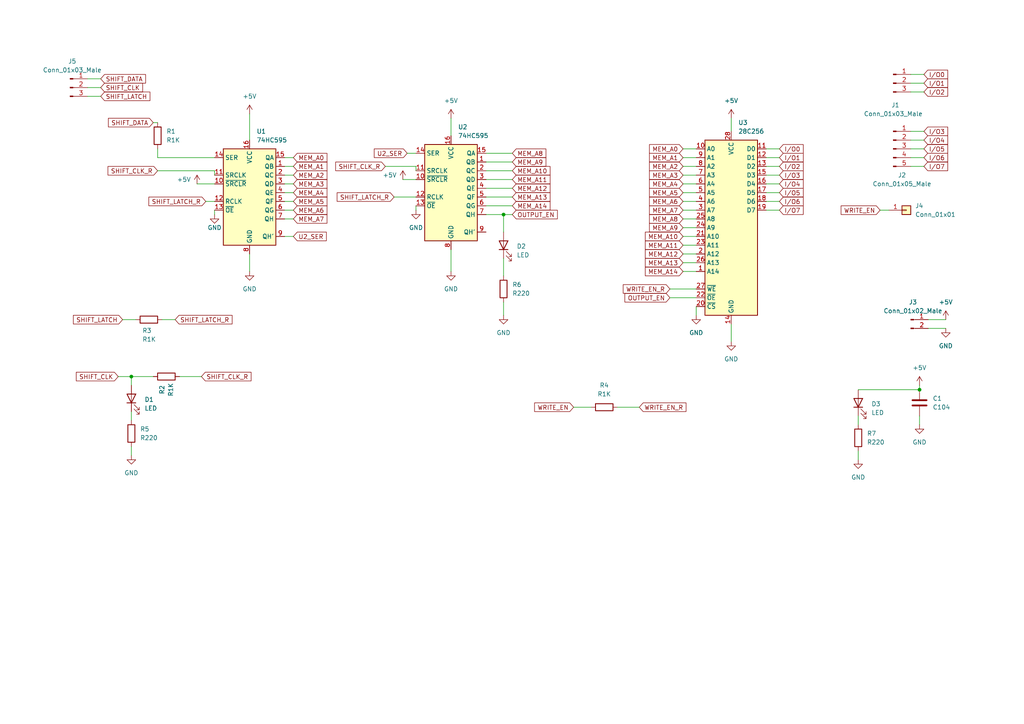
<source format=kicad_sch>
(kicad_sch (version 20211123) (generator eeschema)
  (paper "A4")
  (lib_symbols
    (symbol "74xx:74HC595"
      (property "Reference" "U" (at -7.62 13.97 0))
      (property "Value" "74HC595" (at -7.62 -16.51 0))
      (symbol "74HC595_1_0"
        (pin tri_state line (at 10.16 7.62 180) (length 2.54) (name "QB") (number "1"))
        (pin input line (at -10.16 2.54 0) (length 2.54) (name "~{SRCLR}") (number "10"))
        (pin input line (at -10.16 5.08 0) (length 2.54) (name "SRCLK") (number "11"))
        (pin input line (at -10.16 -2.54 0) (length 2.54) (name "RCLK") (number "12"))
        (pin input line (at -10.16 -5.08 0) (length 2.54) (name "~{OE}") (number "13"))
        (pin input line (at -10.16 10.16 0) (length 2.54) (name "SER") (number "14"))
        (pin tri_state line (at 10.16 10.16 180) (length 2.54) (name "QA") (number "15"))
        (pin power_in line (at 0 15.24 270) (length 2.54) (name "VCC") (number "16"))
        (pin tri_state line (at 10.16 5.08 180) (length 2.54) (name "QC") (number "2"))
        (pin tri_state line (at 10.16 2.54 180) (length 2.54) (name "QD") (number "3"))
        (pin tri_state line (at 10.16 0 180) (length 2.54) (name "QE") (number "4"))
        (pin tri_state line (at 10.16 -2.54 180) (length 2.54) (name "QF") (number "5"))
        (pin tri_state line (at 10.16 -5.08 180) (length 2.54) (name "QG") (number "6"))
        (pin tri_state line (at 10.16 -7.62 180) (length 2.54) (name "QH") (number "7"))
        (pin power_in line (at 0 -17.78 90) (length 2.54) (name "GND") (number "8"))
        (pin output line (at 10.16 -12.7 180) (length 2.54) (name "QH'") (number "9"))
      )
      (symbol "74HC595_1_1"
        (rectangle (start -7.62 12.7) (end 7.62 -15.24) (stroke (width 0.254)) (fill (type background)))
      )
    )
    (symbol "Connector:Conn_01x02_Male" (pin_names (offset 1.016) hide)
      (property "Reference" "J" (at 0 2.54 0))
      (property "Value" "Conn_01x02_Male" (at 0 -5.08 0))
      (symbol "Conn_01x02_Male_1_1"
        (polyline (pts (xy 1.27 -2.54) (xy 0.8636 -2.54)) (stroke (width 0.1524)))
        (polyline (pts (xy 1.27 0) (xy 0.8636 0)) (stroke (width 0.1524)))
        (rectangle (start 0.8636 -2.413) (end 0 -2.667) (stroke (width 0.1524)) (fill (type outline)))
        (rectangle (start 0.8636 0.127) (end 0 -0.127) (stroke (width 0.1524)) (fill (type outline)))
        (pin passive line (at 5.08 0 180) (length 3.81) (name "Pin_1") (number "1"))
        (pin passive line (at 5.08 -2.54 180) (length 3.81) (name "Pin_2") (number "2"))
      )
    )
    (symbol "Connector:Conn_01x03_Male" (pin_names (offset 1.016) hide)
      (property "Reference" "J" (at 0 5.08 0))
      (property "Value" "Conn_01x03_Male" (at 0 -5.08 0))
      (symbol "Conn_01x03_Male_1_1"
        (polyline (pts (xy 1.27 -2.54) (xy 0.8636 -2.54)) (stroke (width 0.1524)))
        (polyline (pts (xy 1.27 0) (xy 0.8636 0)) (stroke (width 0.1524)))
        (polyline (pts (xy 1.27 2.54) (xy 0.8636 2.54)) (stroke (width 0.1524)))
        (rectangle (start 0.8636 -2.413) (end 0 -2.667) (stroke (width 0.1524)) (fill (type outline)))
        (rectangle (start 0.8636 0.127) (end 0 -0.127) (stroke (width 0.1524)) (fill (type outline)))
        (rectangle (start 0.8636 2.667) (end 0 2.413) (stroke (width 0.1524)) (fill (type outline)))
        (pin passive line (at 5.08 2.54 180) (length 3.81) (name "Pin_1") (number "1"))
        (pin passive line (at 5.08 0 180) (length 3.81) (name "Pin_2") (number "2"))
        (pin passive line (at 5.08 -2.54 180) (length 3.81) (name "Pin_3") (number "3"))
      )
    )
    (symbol "Connector:Conn_01x05_Male" (pin_names (offset 1.016) hide)
      (property "Reference" "J" (at 0 7.62 0))
      (property "Value" "Conn_01x05_Male" (at 0 -7.62 0))
      (symbol "Conn_01x05_Male_1_1"
        (polyline (pts (xy 1.27 -5.08) (xy 0.8636 -5.08)) (stroke (width 0.1524)))
        (polyline (pts (xy 1.27 -2.54) (xy 0.8636 -2.54)) (stroke (width 0.1524)))
        (polyline (pts (xy 1.27 0) (xy 0.8636 0)) (stroke (width 0.1524)))
        (polyline (pts (xy 1.27 2.54) (xy 0.8636 2.54)) (stroke (width 0.1524)))
        (polyline (pts (xy 1.27 5.08) (xy 0.8636 5.08)) (stroke (width 0.1524)))
        (rectangle (start 0.8636 -4.953) (end 0 -5.207) (stroke (width 0.1524)) (fill (type outline)))
        (rectangle (start 0.8636 -2.413) (end 0 -2.667) (stroke (width 0.1524)) (fill (type outline)))
        (rectangle (start 0.8636 0.127) (end 0 -0.127) (stroke (width 0.1524)) (fill (type outline)))
        (rectangle (start 0.8636 2.667) (end 0 2.413) (stroke (width 0.1524)) (fill (type outline)))
        (rectangle (start 0.8636 5.207) (end 0 4.953) (stroke (width 0.1524)) (fill (type outline)))
        (pin passive line (at 5.08 5.08 180) (length 3.81) (name "Pin_1") (number "1"))
        (pin passive line (at 5.08 2.54 180) (length 3.81) (name "Pin_2") (number "2"))
        (pin passive line (at 5.08 0 180) (length 3.81) (name "Pin_3") (number "3"))
        (pin passive line (at 5.08 -2.54 180) (length 3.81) (name "Pin_4") (number "4"))
        (pin passive line (at 5.08 -5.08 180) (length 3.81) (name "Pin_5") (number "5"))
      )
    )
    (symbol "Connector_Generic:Conn_01x01" (pin_names (offset 1.016) hide)
      (property "Reference" "J" (at 0 2.54 0))
      (property "Value" "Conn_01x01" (at 0 -2.54 0))
      (symbol "Conn_01x01_1_1"
        (rectangle (start -1.27 0.127) (end 0 -0.127) (stroke (width 0.1524)))
        (rectangle (start -1.27 1.27) (end 1.27 -1.27) (stroke (width 0.254)) (fill (type background)))
        (pin passive line (at -5.08 0 0) (length 3.81) (name "Pin_1") (number "1"))
      )
    )
    (symbol "Device:C" (pin_numbers hide) (pin_names (offset 0.254))
      (property "Reference" "C" (at 0.635 2.54 0))
      (property "Value" "C" (at 0.635 -2.54 0))
      (symbol "C_0_1"
        (polyline (pts (xy -2.032 -0.762) (xy 2.032 -0.762)) (stroke (width 0.508)))
        (polyline (pts (xy -2.032 0.762) (xy 2.032 0.762)) (stroke (width 0.508)))
      )
      (symbol "C_1_1"
        (pin passive line (at 0 3.81 270) (length 2.794) (name "~") (number "1"))
        (pin passive line (at 0 -3.81 90) (length 2.794) (name "~") (number "2"))
      )
    )
    (symbol "Device:LED" (pin_numbers hide) (pin_names (offset 1.016) hide)
      (property "Reference" "D" (at 0 2.54 0))
      (property "Value" "LED" (at 0 -2.54 0))
      (symbol "LED_0_1"
        (polyline (pts (xy -1.27 -1.27) (xy -1.27 1.27)) (stroke (width 0.254)))
        (polyline (pts (xy -1.27 0) (xy 1.27 0)))
        (polyline (pts (xy 1.27 -1.27) (xy 1.27 1.27) (xy -1.27 0) (xy 1.27 -1.27)) (stroke (width 0.254)))
        (polyline (pts (xy -3.048 -0.762) (xy -4.572 -2.286) (xy -3.81 -2.286) (xy -4.572 -2.286) (xy -4.572 -1.524)))
        (polyline (pts (xy -1.778 -0.762) (xy -3.302 -2.286) (xy -2.54 -2.286) (xy -3.302 -2.286) (xy -3.302 -1.524)))
      )
      (symbol "LED_1_1"
        (pin passive line (at -3.81 0 0) (length 2.54) (name "K") (number "1"))
        (pin passive line (at 3.81 0 180) (length 2.54) (name "A") (number "2"))
      )
    )
    (symbol "Device:R" (pin_numbers hide) (pin_names (offset 0))
      (property "Reference" "R" (at 2.032 0 90))
      (property "Value" "R" (at 0 0 90))
      (symbol "R_0_1"
        (rectangle (start -1.016 -2.54) (end 1.016 2.54) (stroke (width 0.254)))
      )
      (symbol "R_1_1"
        (pin passive line (at 0 3.81 270) (length 1.27) (name "~") (number "1"))
        (pin passive line (at 0 -3.81 90) (length 1.27) (name "~") (number "2"))
      )
    )
    (symbol "Memory_EEPROM:28C256"
      (property "Reference" "U" (at -7.62 26.67 0))
      (property "Value" "28C256" (at 2.54 -26.67 0))
      (symbol "28C256_1_1"
        (rectangle (start -7.62 25.4) (end 7.62 -25.4) (stroke (width 0.254)) (fill (type background)))
        (pin input line (at -10.16 -12.7 0) (length 2.54) (name "A14") (number "1"))
        (pin input line (at -10.16 22.86 0) (length 2.54) (name "A0") (number "10"))
        (pin tri_state line (at 10.16 22.86 180) (length 2.54) (name "D0") (number "11"))
        (pin tri_state line (at 10.16 20.32 180) (length 2.54) (name "D1") (number "12"))
        (pin tri_state line (at 10.16 17.78 180) (length 2.54) (name "D2") (number "13"))
        (pin power_in line (at 0 -27.94 90) (length 2.54) (name "GND") (number "14"))
        (pin tri_state line (at 10.16 15.24 180) (length 2.54) (name "D3") (number "15"))
        (pin tri_state line (at 10.16 12.7 180) (length 2.54) (name "D4") (number "16"))
        (pin tri_state line (at 10.16 10.16 180) (length 2.54) (name "D5") (number "17"))
        (pin tri_state line (at 10.16 7.62 180) (length 2.54) (name "D6") (number "18"))
        (pin tri_state line (at 10.16 5.08 180) (length 2.54) (name "D7") (number "19"))
        (pin input line (at -10.16 -7.62 0) (length 2.54) (name "A12") (number "2"))
        (pin input line (at -10.16 -22.86 0) (length 2.54) (name "~{CS}") (number "20"))
        (pin input line (at -10.16 -2.54 0) (length 2.54) (name "A10") (number "21"))
        (pin input line (at -10.16 -20.32 0) (length 2.54) (name "~{OE}") (number "22"))
        (pin input line (at -10.16 -5.08 0) (length 2.54) (name "A11") (number "23"))
        (pin input line (at -10.16 0 0) (length 2.54) (name "A9") (number "24"))
        (pin input line (at -10.16 2.54 0) (length 2.54) (name "A8") (number "25"))
        (pin input line (at -10.16 -10.16 0) (length 2.54) (name "A13") (number "26"))
        (pin input line (at -10.16 -17.78 0) (length 2.54) (name "~{WE}") (number "27"))
        (pin power_in line (at 0 27.94 270) (length 2.54) (name "VCC") (number "28"))
        (pin input line (at -10.16 5.08 0) (length 2.54) (name "A7") (number "3"))
        (pin input line (at -10.16 7.62 0) (length 2.54) (name "A6") (number "4"))
        (pin input line (at -10.16 10.16 0) (length 2.54) (name "A5") (number "5"))
        (pin input line (at -10.16 12.7 0) (length 2.54) (name "A4") (number "6"))
        (pin input line (at -10.16 15.24 0) (length 2.54) (name "A3") (number "7"))
        (pin input line (at -10.16 17.78 0) (length 2.54) (name "A2") (number "8"))
        (pin input line (at -10.16 20.32 0) (length 2.54) (name "A1") (number "9"))
      )
    )
    (symbol "power:+5V" (power) (pin_names (offset 0))
      (property "Value" "+5V" (at 0 3.556 0))
      (symbol "+5V_0_1"
        (polyline (pts (xy -0.762 1.27) (xy 0 2.54)))
        (polyline (pts (xy 0 0) (xy 0 2.54)))
        (polyline (pts (xy 0 2.54) (xy 0.762 1.27)))
      )
      (symbol "+5V_1_1"
        (pin power_in line (at 0 0 90) (length 0) hide (name "+5V") (number "1"))
      )
    )
    (symbol "power:GND" (power) (pin_names (offset 0))
      (property "Value" "GND" (at 0 -3.81 0))
      (symbol "GND_0_1"
        (polyline (pts (xy 0 0) (xy 0 -1.27) (xy 1.27 -1.27) (xy 0 -2.54) (xy -1.27 -1.27) (xy 0 -1.27)))
      )
      (symbol "GND_1_1"
        (pin power_in line (at 0 0 270) (length 0) hide (name "GND") (number "1"))
      )
    )
  )
  (junction (at 146.05 62.23))
  (junction (at 266.7 113.03))
  (junction (at 38.1 109.22))
  (wire (pts (xy 198.12 76.2) (xy 201.93 76.2)))
  (wire (pts (xy 111.76 48.26) (xy 120.65 48.26)))
  (wire (pts (xy 34.29 109.22) (xy 38.1 109.22)))
  (wire (pts (xy 82.55 45.72) (xy 85.09 45.72)))
  (wire (pts (xy 82.55 68.58) (xy 85.09 68.58)))
  (wire (pts (xy 264.16 24.13) (xy 267.97 24.13)))
  (wire (pts (xy 198.12 63.5) (xy 201.93 63.5)))
  (wire (pts (xy 179.07 118.11) (xy 185.42 118.11)))
  (wire (pts (xy 222.25 48.26) (xy 226.06 48.26)))
  (wire (pts (xy 166.37 118.11) (xy 171.45 118.11)))
  (wire (pts (xy 45.72 45.72) (xy 45.72 43.18)))
  (wire (pts (xy 38.1 119.38) (xy 38.1 121.92)))
  (wire (pts (xy 264.16 26.67) (xy 267.97 26.67)))
  (wire (pts (xy 194.31 83.82) (xy 201.93 83.82)))
  (wire (pts (xy 140.97 46.99) (xy 148.59 46.99)))
  (wire (pts (xy 57.15 53.34) (xy 62.23 53.34)))
  (wire (pts (xy 264.16 43.18) (xy 267.97 43.18)))
  (wire (pts (xy 198.12 73.66) (xy 201.93 73.66)))
  (wire (pts (xy 62.23 49.53) (xy 62.23 50.8)))
  (wire (pts (xy 59.69 58.42) (xy 62.23 58.42)))
  (wire (pts (xy 82.55 48.26) (xy 85.09 48.26)))
  (wire (pts (xy 264.16 48.26) (xy 267.97 48.26)))
  (wire (pts (xy 222.25 58.42) (xy 226.06 58.42)))
  (wire (pts (xy 82.55 55.88) (xy 85.09 55.88)))
  (wire (pts (xy 39.37 92.71) (xy 35.56 92.71)))
  (wire (pts (xy 198.12 60.96) (xy 201.93 60.96)))
  (wire (pts (xy 198.12 50.8) (xy 201.93 50.8)))
  (wire (pts (xy 72.39 33.02) (xy 72.39 40.64)))
  (wire (pts (xy 198.12 71.12) (xy 201.93 71.12)))
  (wire (pts (xy 130.81 72.39) (xy 130.81 78.74)))
  (wire (pts (xy 146.05 62.23) (xy 148.59 62.23)))
  (wire (pts (xy 146.05 87.63) (xy 146.05 91.44)))
  (wire (pts (xy 146.05 74.93) (xy 146.05 80.01)))
  (wire (pts (xy 222.25 50.8) (xy 226.06 50.8)))
  (wire (pts (xy 140.97 52.07) (xy 148.59 52.07)))
  (wire (pts (xy 82.55 50.8) (xy 85.09 50.8)))
  (wire (pts (xy 38.1 109.22) (xy 44.45 109.22)))
  (wire (pts (xy 140.97 57.15) (xy 148.59 57.15)))
  (wire (pts (xy 269.24 95.25) (xy 274.32 95.25)))
  (wire (pts (xy 198.12 58.42) (xy 201.93 58.42)))
  (wire (pts (xy 198.12 53.34) (xy 201.93 53.34)))
  (wire (pts (xy 212.09 34.29) (xy 212.09 38.1)))
  (wire (pts (xy 82.55 53.34) (xy 85.09 53.34)))
  (wire (pts (xy 222.25 53.34) (xy 226.06 53.34)))
  (wire (pts (xy 266.7 120.65) (xy 266.7 123.19)))
  (wire (pts (xy 222.25 55.88) (xy 226.06 55.88)))
  (wire (pts (xy 140.97 62.23) (xy 146.05 62.23)))
  (wire (pts (xy 82.55 63.5) (xy 85.09 63.5)))
  (wire (pts (xy 44.45 35.56) (xy 45.72 35.56)))
  (wire (pts (xy 248.92 130.81) (xy 248.92 133.35)))
  (wire (pts (xy 212.09 93.98) (xy 212.09 99.06)))
  (wire (pts (xy 198.12 45.72) (xy 201.93 45.72)))
  (wire (pts (xy 140.97 44.45) (xy 148.59 44.45)))
  (wire (pts (xy 194.31 86.36) (xy 201.93 86.36)))
  (wire (pts (xy 45.72 49.53) (xy 62.23 49.53)))
  (wire (pts (xy 120.65 59.69) (xy 120.65 60.96)))
  (wire (pts (xy 266.7 111.76) (xy 266.7 113.03)))
  (wire (pts (xy 25.4 25.4) (xy 29.21 25.4)))
  (wire (pts (xy 38.1 129.54) (xy 38.1 132.08)))
  (wire (pts (xy 38.1 109.22) (xy 38.1 111.76)))
  (wire (pts (xy 82.55 58.42) (xy 85.09 58.42)))
  (wire (pts (xy 222.25 43.18) (xy 226.06 43.18)))
  (wire (pts (xy 72.39 73.66) (xy 72.39 78.74)))
  (wire (pts (xy 140.97 59.69) (xy 148.59 59.69)))
  (wire (pts (xy 25.4 22.86) (xy 29.21 22.86)))
  (wire (pts (xy 255.27 60.96) (xy 257.81 60.96)))
  (wire (pts (xy 120.65 48.26) (xy 120.65 49.53)))
  (wire (pts (xy 264.16 21.59) (xy 267.97 21.59)))
  (wire (pts (xy 46.99 92.71) (xy 50.8 92.71)))
  (wire (pts (xy 222.25 45.72) (xy 226.06 45.72)))
  (wire (pts (xy 140.97 54.61) (xy 148.59 54.61)))
  (wire (pts (xy 116.84 52.07) (xy 120.65 52.07)))
  (wire (pts (xy 269.24 92.71) (xy 274.32 92.71)))
  (wire (pts (xy 198.12 55.88) (xy 201.93 55.88)))
  (wire (pts (xy 201.93 88.9) (xy 201.93 91.44)))
  (wire (pts (xy 198.12 78.74) (xy 201.93 78.74)))
  (wire (pts (xy 146.05 62.23) (xy 146.05 67.31)))
  (wire (pts (xy 114.3 57.15) (xy 120.65 57.15)))
  (wire (pts (xy 82.55 60.96) (xy 85.09 60.96)))
  (wire (pts (xy 62.23 45.72) (xy 45.72 45.72)))
  (wire (pts (xy 130.81 34.29) (xy 130.81 39.37)))
  (wire (pts (xy 140.97 49.53) (xy 148.59 49.53)))
  (wire (pts (xy 248.92 120.65) (xy 248.92 123.19)))
  (wire (pts (xy 198.12 66.04) (xy 201.93 66.04)))
  (wire (pts (xy 62.23 60.96) (xy 62.23 62.23)))
  (wire (pts (xy 52.07 109.22) (xy 58.42 109.22)))
  (wire (pts (xy 264.16 45.72) (xy 267.97 45.72)))
  (wire (pts (xy 248.92 113.03) (xy 266.7 113.03)))
  (wire (pts (xy 264.16 40.64) (xy 267.97 40.64)))
  (wire (pts (xy 198.12 48.26) (xy 201.93 48.26)))
  (wire (pts (xy 118.11 44.45) (xy 120.65 44.45)))
  (wire (pts (xy 198.12 43.18) (xy 201.93 43.18)))
  (wire (pts (xy 264.16 38.1) (xy 267.97 38.1)))
  (wire (pts (xy 25.4 27.94) (xy 29.21 27.94)))
  (wire (pts (xy 198.12 68.58) (xy 201.93 68.58)))
  (wire (pts (xy 222.25 60.96) (xy 226.06 60.96)))
  (global_label "MEM_A13" (shape input) (at 198.12 76.2 180) (property "Intersheet References" "${INTERSHEET_REFS}" (effects hide)))
  (global_label "I{slash}O6" (shape input) (at 267.97 45.72 0) (property "Intersheet References" "${INTERSHEET_REFS}" (effects hide)))
  (global_label "OUTPUT_EN" (shape input) (at 148.59 62.23 0) (property "Intersheet References" "${INTERSHEET_REFS}" (effects hide)))
  (global_label "I{slash}O3" (shape input) (at 267.97 38.1 0) (property "Intersheet References" "${INTERSHEET_REFS}" (effects hide)))
  (global_label "MEM_A1" (shape input) (at 198.12 45.72 180) (property "Intersheet References" "${INTERSHEET_REFS}" (effects hide)))
  (global_label "MEM_A5" (shape input) (at 85.09 58.42 0) (property "Intersheet References" "${INTERSHEET_REFS}" (effects hide)))
  (global_label "MEM_A10" (shape input) (at 198.12 68.58 180) (property "Intersheet References" "${INTERSHEET_REFS}" (effects hide)))
  (global_label "MEM_A6" (shape input) (at 85.09 60.96 0) (property "Intersheet References" "${INTERSHEET_REFS}" (effects hide)))
  (global_label "MEM_A1" (shape input) (at 85.09 48.26 0) (property "Intersheet References" "${INTERSHEET_REFS}" (effects hide)))
  (global_label "I{slash}O7" (shape input) (at 267.97 48.26 0) (property "Intersheet References" "${INTERSHEET_REFS}" (effects hide)))
  (global_label "MEM_A11" (shape input) (at 148.59 52.07 0) (property "Intersheet References" "${INTERSHEET_REFS}" (effects hide)))
  (global_label "MEM_A7" (shape input) (at 85.09 63.5 0) (property "Intersheet References" "${INTERSHEET_REFS}" (effects hide)))
  (global_label "MEM_A8" (shape input) (at 148.59 44.45 0) (property "Intersheet References" "${INTERSHEET_REFS}" (effects hide)))
  (global_label "SHIFT_LATCH" (shape input) (at 29.21 27.94 0) (property "Intersheet References" "${INTERSHEET_REFS}" (effects hide)))
  (global_label "SHIFT_CLK_R" (shape input) (at 45.72 49.53 180) (property "Intersheet References" "${INTERSHEET_REFS}" (effects hide)))
  (global_label "MEM_A6" (shape input) (at 198.12 58.42 180) (property "Intersheet References" "${INTERSHEET_REFS}" (effects hide)))
  (global_label "MEM_A3" (shape input) (at 198.12 50.8 180) (property "Intersheet References" "${INTERSHEET_REFS}" (effects hide)))
  (global_label "SHIFT_CLK_R" (shape input) (at 111.76 48.26 180) (property "Intersheet References" "${INTERSHEET_REFS}" (effects hide)))
  (global_label "I{slash}O6" (shape input) (at 226.06 58.42 0) (property "Intersheet References" "${INTERSHEET_REFS}" (effects hide)))
  (global_label "MEM_A3" (shape input) (at 85.09 53.34 0) (property "Intersheet References" "${INTERSHEET_REFS}" (effects hide)))
  (global_label "SHIFT_CLK_R" (shape input) (at 58.42 109.22 0) (property "Intersheet References" "${INTERSHEET_REFS}" (effects hide)))
  (global_label "MEM_A2" (shape input) (at 85.09 50.8 0) (property "Intersheet References" "${INTERSHEET_REFS}" (effects hide)))
  (global_label "MEM_A5" (shape input) (at 198.12 55.88 180) (property "Intersheet References" "${INTERSHEET_REFS}" (effects hide)))
  (global_label "MEM_A12" (shape input) (at 198.12 73.66 180) (property "Intersheet References" "${INTERSHEET_REFS}" (effects hide)))
  (global_label "MEM_A9" (shape input) (at 148.59 46.99 0) (property "Intersheet References" "${INTERSHEET_REFS}" (effects hide)))
  (global_label "I{slash}O2" (shape input) (at 226.06 48.26 0) (property "Intersheet References" "${INTERSHEET_REFS}" (effects hide)))
  (global_label "WRITE_EN" (shape input) (at 255.27 60.96 180) (property "Intersheet References" "${INTERSHEET_REFS}" (effects hide)))
  (global_label "I{slash}O2" (shape input) (at 267.97 26.67 0) (property "Intersheet References" "${INTERSHEET_REFS}" (effects hide)))
  (global_label "U2_SER" (shape input) (at 118.11 44.45 180) (property "Intersheet References" "${INTERSHEET_REFS}" (effects hide)))
  (global_label "MEM_A12" (shape input) (at 148.59 54.61 0) (property "Intersheet References" "${INTERSHEET_REFS}" (effects hide)))
  (global_label "I{slash}O1" (shape input) (at 226.06 45.72 0) (property "Intersheet References" "${INTERSHEET_REFS}" (effects hide)))
  (global_label "SHIFT_LATCH" (shape input) (at 35.56 92.71 180) (property "Intersheet References" "${INTERSHEET_REFS}" (effects hide)))
  (global_label "SHIFT_LATCH_R" (shape input) (at 114.3 57.15 180) (property "Intersheet References" "${INTERSHEET_REFS}" (effects hide)))
  (global_label "I{slash}O3" (shape input) (at 226.06 50.8 0) (property "Intersheet References" "${INTERSHEET_REFS}" (effects hide)))
  (global_label "MEM_A10" (shape input) (at 148.59 49.53 0) (property "Intersheet References" "${INTERSHEET_REFS}" (effects hide)))
  (global_label "OUTPUT_EN" (shape input) (at 194.31 86.36 180) (property "Intersheet References" "${INTERSHEET_REFS}" (effects hide)))
  (global_label "MEM_A14" (shape input) (at 148.59 59.69 0) (property "Intersheet References" "${INTERSHEET_REFS}" (effects hide)))
  (global_label "WRITE_EN_R" (shape input) (at 185.42 118.11 0) (property "Intersheet References" "${INTERSHEET_REFS}" (effects hide)))
  (global_label "MEM_A8" (shape input) (at 198.12 63.5 180) (property "Intersheet References" "${INTERSHEET_REFS}" (effects hide)))
  (global_label "MEM_A9" (shape input) (at 198.12 66.04 180) (property "Intersheet References" "${INTERSHEET_REFS}" (effects hide)))
  (global_label "SHIFT_LATCH_R" (shape input) (at 59.69 58.42 180) (property "Intersheet References" "${INTERSHEET_REFS}" (effects hide)))
  (global_label "U2_SER" (shape input) (at 85.09 68.58 0) (property "Intersheet References" "${INTERSHEET_REFS}" (effects hide)))
  (global_label "MEM_A14" (shape input) (at 198.12 78.74 180) (property "Intersheet References" "${INTERSHEET_REFS}" (effects hide)))
  (global_label "I{slash}O4" (shape input) (at 267.97 40.64 0) (property "Intersheet References" "${INTERSHEET_REFS}" (effects hide)))
  (global_label "I{slash}O1" (shape input) (at 267.97 24.13 0) (property "Intersheet References" "${INTERSHEET_REFS}" (effects hide)))
  (global_label "MEM_A11" (shape input) (at 198.12 71.12 180) (property "Intersheet References" "${INTERSHEET_REFS}" (effects hide)))
  (global_label "I{slash}O0" (shape input) (at 267.97 21.59 0) (property "Intersheet References" "${INTERSHEET_REFS}" (effects hide)))
  (global_label "I{slash}O0" (shape input) (at 226.06 43.18 0) (property "Intersheet References" "${INTERSHEET_REFS}" (effects hide)))
  (global_label "MEM_A7" (shape input) (at 198.12 60.96 180) (property "Intersheet References" "${INTERSHEET_REFS}" (effects hide)))
  (global_label "MEM_A4" (shape input) (at 198.12 53.34 180) (property "Intersheet References" "${INTERSHEET_REFS}" (effects hide)))
  (global_label "I{slash}O4" (shape input) (at 226.06 53.34 0) (property "Intersheet References" "${INTERSHEET_REFS}" (effects hide)))
  (global_label "SHIFT_DATA" (shape input) (at 44.45 35.56 180) (property "Intersheet References" "${INTERSHEET_REFS}" (effects hide)))
  (global_label "I{slash}O7" (shape input) (at 226.06 60.96 0) (property "Intersheet References" "${INTERSHEET_REFS}" (effects hide)))
  (global_label "SHIFT_CLK" (shape input) (at 34.29 109.22 180) (property "Intersheet References" "${INTERSHEET_REFS}" (effects hide)))
  (global_label "I{slash}O5" (shape input) (at 226.06 55.88 0) (property "Intersheet References" "${INTERSHEET_REFS}" (effects hide)))
  (global_label "I{slash}O5" (shape input) (at 267.97 43.18 0) (property "Intersheet References" "${INTERSHEET_REFS}" (effects hide)))
  (global_label "WRITE_EN_R" (shape input) (at 194.31 83.82 180) (property "Intersheet References" "${INTERSHEET_REFS}" (effects hide)))
  (global_label "MEM_A13" (shape input) (at 148.59 57.15 0) (property "Intersheet References" "${INTERSHEET_REFS}" (effects hide)))
  (global_label "WRITE_EN" (shape input) (at 166.37 118.11 180) (property "Intersheet References" "${INTERSHEET_REFS}" (effects hide)))
  (global_label "SHIFT_LATCH_R" (shape input) (at 50.8 92.71 0) (property "Intersheet References" "${INTERSHEET_REFS}" (effects hide)))
  (global_label "MEM_A4" (shape input) (at 85.09 55.88 0) (property "Intersheet References" "${INTERSHEET_REFS}" (effects hide)))
  (global_label "MEM_A0" (shape input) (at 85.09 45.72 0) (property "Intersheet References" "${INTERSHEET_REFS}" (effects hide)))
  (global_label "SHIFT_CLK" (shape input) (at 29.21 25.4 0) (property "Intersheet References" "${INTERSHEET_REFS}" (effects hide)))
  (global_label "SHIFT_DATA" (shape input) (at 29.21 22.86 0) (property "Intersheet References" "${INTERSHEET_REFS}" (effects hide)))
  (global_label "MEM_A0" (shape input) (at 198.12 43.18 180) (property "Intersheet References" "${INTERSHEET_REFS}" (effects hide)))
  (global_label "MEM_A2" (shape input) (at 198.12 48.26 180) (property "Intersheet References" "${INTERSHEET_REFS}" (effects hide)))
  (symbol (lib_id "power:+5V") (at 274.32 92.71 0) (unit 1)
    (property "Reference" "#PWR?" (effects hide))
    (property "Value" "+5V" (at 274.32 87.63 0))
  )
  (symbol (lib_id "power:+5V") (at 212.09 34.29 0) (unit 1)
    (property "Reference" "#PWR?" (effects hide))
    (property "Value" "+5V" (at 212.09 29.21 0))
  )
  (symbol (lib_id "power:GND") (at 120.65 60.96 0) (unit 1)
    (property "Reference" "#PWR?" (effects hide))
    (property "Value" "GND" (at 120.65 66.04 0))
  )
  (symbol (lib_id "power:+5V") (at 130.81 34.29 0) (unit 1)
    (property "Reference" "#PWR?" (effects hide))
    (property "Value" "+5V" (at 130.81 29.21 0))
  )
  (symbol (lib_id "Device:C") (at 266.7 116.84 0) (unit 1)
    (property "Reference" "C1" (at 270.51 115.5699 0) (effects (justify left)))
    (property "Value" "C104" (at 270.51 118.1099 0) (effects (justify left)))
    (property "Footprint" "Capacitor_THT:C_Disc_D7.5mm_W2.5mm_P5.00mm" (effects hide))
  )
  (symbol (lib_id "power:+5V") (at 266.7 111.76 0) (unit 1)
    (property "Reference" "#PWR?" (effects hide))
    (property "Value" "+5V" (at 266.7 106.68 0))
  )
  (symbol (lib_id "power:GND") (at 130.81 78.74 0) (unit 1)
    (property "Reference" "#PWR?" (effects hide))
    (property "Value" "GND" (at 130.81 83.82 0))
  )
  (symbol (lib_id "power:GND") (at 201.93 91.44 0) (unit 1)
    (property "Reference" "#PWR?" (effects hide))
    (property "Value" "GND" (at 201.93 96.52 0))
  )
  (symbol (lib_id "power:+5V") (at 57.15 53.34 0) (unit 1)
    (property "Reference" "#PWR?" (effects hide))
    (property "Value" "+5V" (at 53.34 52.07 0))
  )
  (symbol (lib_id "Device:LED") (at 38.1 115.57 90) (unit 1)
    (property "Reference" "D1" (at 41.91 115.8874 90) (effects (justify right)))
    (property "Value" "LED" (at 41.91 118.4274 90) (effects (justify right)))
    (property "Footprint" "LED_THT:LED_D5.0mm" (effects hide))
  )
  (symbol (lib_id "power:GND") (at 38.1 132.08 0) (unit 1)
    (property "Reference" "#PWR?" (effects hide))
    (property "Value" "GND" (at 38.1 137.16 0))
  )
  (symbol (lib_id "power:GND") (at 266.7 123.19 0) (unit 1)
    (property "Reference" "#PWR?" (effects hide))
    (property "Value" "GND" (at 266.7 128.27 0))
  )
  (symbol (lib_id "Connector:Conn_01x05_Male") (at 259.08 43.18 0) (unit 1)
    (property "Reference" "J2" (at 261.62 50.8 0))
    (property "Value" "Conn_01x05_Male" (at 261.62 53.34 0))
    (property "Footprint" "Connector_PinHeader_2.54mm:PinHeader_1x05_P2.54mm_Vertical" (effects hide))
  )
  (symbol (lib_id "Device:R") (at 146.05 83.82 180) (unit 1)
    (property "Reference" "R6" (at 148.59 82.5499 0) (effects (justify right)))
    (property "Value" "R220" (at 148.59 85.0899 0) (effects (justify right)))
    (property "Footprint" "Resistor_THT:R_Axial_DIN0411_L9.9mm_D3.6mm_P12.70mm_Horizontal" (effects hide))
  )
  (symbol (lib_id "Connector:Conn_01x02_Male") (at 264.16 92.71 0) (unit 1)
    (property "Reference" "J3" (at 264.795 87.63 0))
    (property "Value" "Conn_01x02_Male" (at 264.795 90.17 0))
    (property "Footprint" "Connector_PinHeader_2.54mm:PinHeader_1x02_P2.54mm_Vertical" (effects hide))
  )
  (symbol (lib_id "power:GND") (at 72.39 78.74 0) (unit 1)
    (property "Reference" "#PWR?" (effects hide))
    (property "Value" "GND" (at 72.39 83.82 0))
  )
  (symbol (lib_id "power:GND") (at 274.32 95.25 0) (unit 1)
    (property "Reference" "#PWR?" (effects hide))
    (property "Value" "GND" (at 274.32 100.33 0))
  )
  (symbol (lib_id "Device:R") (at 48.26 109.22 90) (unit 1)
    (property "Reference" "R2" (at 46.99 113.03 0))
    (property "Value" "R1K" (at 49.53 113.03 0))
    (property "Footprint" "Resistor_THT:R_Axial_DIN0411_L9.9mm_D3.6mm_P12.70mm_Horizontal" (effects hide))
  )
  (symbol (lib_id "Device:R") (at 45.72 39.37 180) (unit 1)
    (property "Reference" "R1" (at 48.26 38.0999 0) (effects (justify right)))
    (property "Value" "R1K" (at 48.26 40.6399 0) (effects (justify right)))
    (property "Footprint" "Resistor_THT:R_Axial_DIN0411_L9.9mm_D3.6mm_P12.70mm_Horizontal" (effects hide))
  )
  (symbol (lib_id "Device:R") (at 43.18 92.71 90) (unit 1)
    (property "Reference" "R3" (at 41.275 95.8849 90) (effects (justify right)))
    (property "Value" "R1K" (at 41.275 98.4249 90) (effects (justify right)))
    (property "Footprint" "Resistor_THT:R_Axial_DIN0411_L9.9mm_D3.6mm_P12.70mm_Horizontal" (effects hide))
  )
  (symbol (lib_id "power:GND") (at 146.05 91.44 0) (unit 1)
    (property "Reference" "#PWR?" (effects hide))
    (property "Value" "GND" (at 146.05 96.52 0))
  )
  (symbol (lib_id "power:GND") (at 62.23 62.23 0) (unit 1)
    (property "Reference" "#PWR?" (effects hide))
    (property "Value" "GND" (at 62.23 66.04 0))
  )
  (symbol (lib_id "Device:R") (at 248.92 127 180) (unit 1)
    (property "Reference" "R7" (at 251.46 125.7299 0) (effects (justify right)))
    (property "Value" "R220" (at 251.46 128.2699 0) (effects (justify right)))
    (property "Footprint" "Resistor_THT:R_Axial_DIN0411_L9.9mm_D3.6mm_P12.70mm_Horizontal" (effects hide))
  )
  (symbol (lib_id "power:GND") (at 212.09 99.06 0) (unit 1)
    (property "Reference" "#PWR?" (effects hide))
    (property "Value" "GND" (at 212.09 104.14 0))
  )
  (symbol (lib_id "Connector:Conn_01x03_Male") (at 20.32 25.4 0) (unit 1)
    (property "Reference" "J5" (at 20.955 17.78 0))
    (property "Value" "Conn_01x03_Male" (at 20.955 20.32 0))
    (property "Footprint" "Connector_PinHeader_2.54mm:PinHeader_1x03_P2.54mm_Vertical" (effects hide))
  )
  (symbol (lib_id "Device:LED") (at 146.05 71.12 90) (unit 1)
    (property "Reference" "D2" (at 149.86 71.4374 90) (effects (justify right)))
    (property "Value" "LED" (at 149.86 73.9774 90) (effects (justify right)))
    (property "Footprint" "LED_THT:LED_D5.0mm" (effects hide))
  )
  (symbol (lib_id "74xx:74HC595") (at 130.81 54.61 0) (unit 1)
    (property "Reference" "U2" (at 132.8294 36.83 0) (effects (justify left)))
    (property "Value" "74HC595" (at 132.8294 39.37 0) (effects (justify left)))
    (property "Footprint" "Package_DIP:DIP-16_W7.62mm_Socket_LongPads" (effects hide))
    (property "Datasheet" "http://www.ti.com/lit/ds/symlink/sn74hc595.pdf" (effects hide))
  )
  (symbol (lib_id "Memory_EEPROM:28C256") (at 212.09 66.04 0) (unit 1)
    (property "Reference" "U3" (at 214.1094 35.56 0) (effects (justify left)))
    (property "Value" "28C256" (at 214.1094 38.1 0) (effects (justify left)))
    (property "Footprint" "Package_DIP:DIP-28_W15.24mm_Socket_LongPads" (effects hide))
    (property "Datasheet" "http://ww1.microchip.com/downloads/en/DeviceDoc/doc0006.pdf" (effects hide))
  )
  (symbol (lib_id "Device:LED") (at 248.92 116.84 90) (unit 1)
    (property "Reference" "D3" (at 252.73 117.1574 90) (effects (justify right)))
    (property "Value" "LED" (at 252.73 119.6974 90) (effects (justify right)))
    (property "Footprint" "LED_THT:LED_D5.0mm" (effects hide))
  )
  (symbol (lib_id "power:+5V") (at 72.39 33.02 0) (unit 1)
    (property "Reference" "#PWR?" (effects hide))
    (property "Value" "+5V" (at 72.39 27.94 0))
  )
  (symbol (lib_id "power:GND") (at 248.92 133.35 0) (unit 1)
    (property "Reference" "#PWR?" (effects hide))
    (property "Value" "GND" (at 248.92 138.43 0))
  )
  (symbol (lib_id "74xx:74HC595") (at 72.39 55.88 0) (unit 1)
    (property "Reference" "U1" (at 74.4094 38.1 0) (effects (justify left)))
    (property "Value" "74HC595" (at 74.4094 40.64 0) (effects (justify left)))
    (property "Footprint" "Package_DIP:DIP-16_W7.62mm_Socket_LongPads" (effects hide))
    (property "Datasheet" "http://www.ti.com/lit/ds/symlink/sn74hc595.pdf" (effects hide))
  )
  (symbol (lib_id "Connector:Conn_01x03_Male") (at 259.08 24.13 0) (unit 1)
    (property "Reference" "J1" (at 259.715 30.48 0))
    (property "Value" "Conn_01x03_Male" (at 259.08 33.02 0))
    (property "Footprint" "Connector_PinHeader_2.54mm:PinHeader_1x03_P2.54mm_Vertical" (effects hide))
  )
  (symbol (lib_id "Connector_Generic:Conn_01x01") (at 262.89 60.96 0) (unit 1)
    (property "Reference" "J4" (at 265.43 59.6899 0) (effects (justify left)))
    (property "Value" "Conn_01x01" (at 265.43 62.2299 0) (effects (justify left)))
    (property "Footprint" "Connector_PinHeader_2.54mm:PinHeader_1x01_P2.54mm_Vertical" (effects hide))
  )
  (symbol (lib_id "power:+5V") (at 116.84 52.07 0) (unit 1)
    (property "Reference" "#PWR?" (effects hide))
    (property "Value" "+5V" (at 113.03 50.8 0))
  )
  (symbol (lib_id "Device:R") (at 175.26 118.11 90) (unit 1)
    (property "Reference" "R4" (at 175.26 111.76 90))
    (property "Value" "R1K" (at 175.26 114.3 90))
    (property "Footprint" "Resistor_THT:R_Axial_DIN0411_L9.9mm_D3.6mm_P12.70mm_Horizontal" (effects hide))
  )
  (symbol (lib_id "Device:R") (at 38.1 125.73 180) (unit 1)
    (property "Reference" "R5" (at 40.64 124.4599 0) (effects (justify right)))
    (property "Value" "R220" (at 40.64 126.9999 0) (effects (justify right)))
    (property "Footprint" "Resistor_THT:R_Axial_DIN0411_L9.9mm_D3.6mm_P12.70mm_Horizontal" (effects hide))
  )
)
</source>
